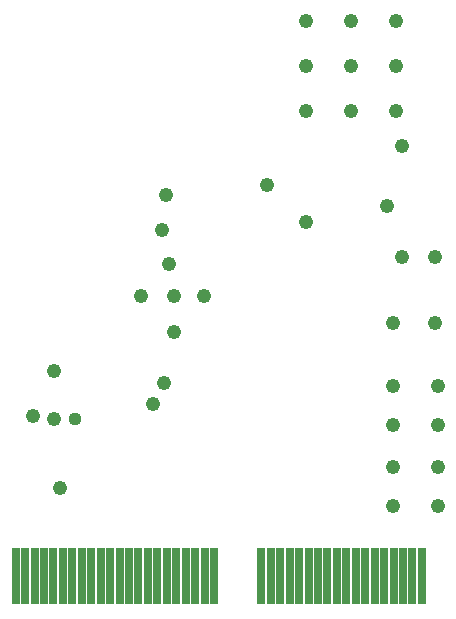
<source format=gbs>
G75*
%MOIN*%
%OFA0B0*%
%FSLAX25Y25*%
%IPPOS*%
%LPD*%
%AMOC8*
5,1,8,0,0,1.08239X$1,22.5*
%
%ADD10R,0.03162X0.18517*%
%ADD11C,0.04762*%
%ADD12C,0.04369*%
D10*
X0022650Y0014449D03*
X0025799Y0014449D03*
X0028949Y0014449D03*
X0032098Y0014449D03*
X0035248Y0014449D03*
X0038398Y0014449D03*
X0041547Y0014449D03*
X0044697Y0014449D03*
X0047846Y0014449D03*
X0050996Y0014449D03*
X0054146Y0014449D03*
X0057295Y0014449D03*
X0060445Y0014449D03*
X0063594Y0014449D03*
X0066744Y0014449D03*
X0069894Y0014449D03*
X0073043Y0014449D03*
X0076193Y0014449D03*
X0079343Y0014449D03*
X0082492Y0014449D03*
X0085642Y0014449D03*
X0088791Y0014449D03*
X0104539Y0014449D03*
X0107689Y0014449D03*
X0110839Y0014449D03*
X0113988Y0014449D03*
X0117138Y0014449D03*
X0120287Y0014449D03*
X0123437Y0014449D03*
X0126587Y0014449D03*
X0129736Y0014449D03*
X0132886Y0014449D03*
X0136035Y0014449D03*
X0139185Y0014449D03*
X0142335Y0014449D03*
X0145484Y0014449D03*
X0148634Y0014449D03*
X0151783Y0014449D03*
X0154933Y0014449D03*
X0158083Y0014449D03*
D11*
X0163500Y0038000D03*
X0163500Y0051000D03*
X0163500Y0065000D03*
X0163500Y0078000D03*
X0148500Y0078000D03*
X0148500Y0065000D03*
X0148500Y0051000D03*
X0148500Y0038000D03*
X0148500Y0099000D03*
X0162500Y0099000D03*
X0162500Y0121000D03*
X0151500Y0121000D03*
X0146500Y0138000D03*
X0151500Y0158000D03*
X0149500Y0169500D03*
X0149500Y0184500D03*
X0149500Y0199500D03*
X0134500Y0199500D03*
X0134500Y0184500D03*
X0134500Y0169500D03*
X0119500Y0169500D03*
X0119500Y0184500D03*
X0119500Y0199500D03*
X0106500Y0145000D03*
X0119505Y0132581D03*
X0085500Y0108000D03*
X0075500Y0108000D03*
X0073900Y0118600D03*
X0071500Y0130000D03*
X0072700Y0141700D03*
X0064500Y0108000D03*
X0075500Y0096000D03*
X0072100Y0079000D03*
X0068500Y0072000D03*
X0037500Y0044000D03*
X0035500Y0067000D03*
X0028500Y0068000D03*
X0035500Y0083000D03*
D12*
X0042319Y0066819D03*
M02*

</source>
